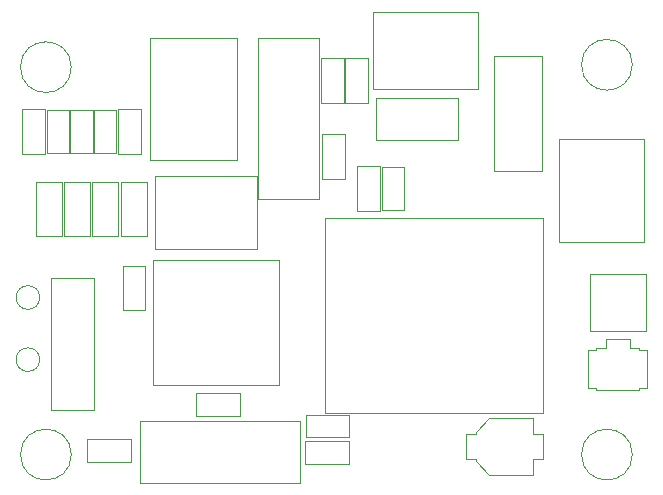
<source format=gbr>
%TF.GenerationSoftware,KiCad,Pcbnew,8.0.4-8.0.4-0~ubuntu24.04.1*%
%TF.CreationDate,2024-08-31T18:15:16+03:00*%
%TF.ProjectId,ground_control_using_pc,67726f75-6e64-45f6-936f-6e74726f6c5f,rev?*%
%TF.SameCoordinates,Original*%
%TF.FileFunction,Other,User*%
%FSLAX46Y46*%
G04 Gerber Fmt 4.6, Leading zero omitted, Abs format (unit mm)*
G04 Created by KiCad (PCBNEW 8.0.4-8.0.4-0~ubuntu24.04.1) date 2024-08-31 18:15:16*
%MOMM*%
%LPD*%
G01*
G04 APERTURE LIST*
%ADD10C,0.050000*%
G04 APERTURE END LIST*
D10*
%TO.C,C10*%
X158480000Y-102650000D02*
X162240000Y-102650000D01*
X158480000Y-104610000D02*
X158480000Y-102650000D01*
X162240000Y-102650000D02*
X162240000Y-104610000D01*
X162240000Y-104610000D02*
X158480000Y-104610000D01*
%TO.C,H4*%
X204650000Y-104000000D02*
G75*
G02*
X200350000Y-104000000I-2150000J0D01*
G01*
X200350000Y-104000000D02*
G75*
G02*
X204650000Y-104000000I2150000J0D01*
G01*
%TO.C,D4*%
X156520000Y-80950000D02*
X158760000Y-80950000D01*
X156520000Y-85510000D02*
X156520000Y-80950000D01*
X158760000Y-80950000D02*
X158760000Y-85510000D01*
X158760000Y-85510000D02*
X156520000Y-85510000D01*
%TO.C,C7*%
X190555000Y-102260000D02*
X190555000Y-104360000D01*
X190555000Y-104360000D02*
X191405000Y-104360000D01*
X191405000Y-102060000D02*
X191405000Y-102260000D01*
X191405000Y-102060000D02*
X192555000Y-100910000D01*
X191405000Y-102260000D02*
X190555000Y-102260000D01*
X191405000Y-104360000D02*
X191405000Y-104560000D01*
X191405000Y-104560000D02*
X192555000Y-105710000D01*
X192555000Y-100910000D02*
X196205000Y-100910000D01*
X192555000Y-105710000D02*
X196205000Y-105710000D01*
X196205000Y-100910000D02*
X196205000Y-102260000D01*
X196205000Y-102260000D02*
X197055000Y-102260000D01*
X196205000Y-104360000D02*
X196205000Y-105710000D01*
X197055000Y-102260000D02*
X197055000Y-104360000D01*
X197055000Y-104360000D02*
X196205000Y-104360000D01*
%TO.C,R4*%
X159060000Y-74790000D02*
X160960000Y-74790000D01*
X159060000Y-78490000D02*
X159060000Y-74790000D01*
X160960000Y-74790000D02*
X160960000Y-78490000D01*
X160960000Y-78490000D02*
X159060000Y-78490000D01*
%TO.C,C2*%
X181360000Y-79577500D02*
X183320000Y-79577500D01*
X181360000Y-83337500D02*
X181360000Y-79577500D01*
X183320000Y-79577500D02*
X183320000Y-83337500D01*
X183320000Y-83337500D02*
X181360000Y-83337500D01*
%TO.C,U2*%
X198432500Y-77240000D02*
X198432500Y-86040000D01*
X198432500Y-86040000D02*
X205632500Y-86040000D01*
X205632500Y-77240000D02*
X198432500Y-77240000D01*
X205632500Y-86040000D02*
X205632500Y-77240000D01*
%TO.C,C5*%
X153000000Y-74762500D02*
X154960000Y-74762500D01*
X153000000Y-78522500D02*
X153000000Y-74762500D01*
X154960000Y-74762500D02*
X154960000Y-78522500D01*
X154960000Y-78522500D02*
X153000000Y-78522500D01*
%TO.C,R3*%
X157070000Y-74790000D02*
X158970000Y-74790000D01*
X157070000Y-78490000D02*
X157070000Y-74790000D01*
X158970000Y-74790000D02*
X158970000Y-78490000D01*
X158970000Y-78490000D02*
X157070000Y-78490000D01*
%TO.C,U1*%
X163775000Y-68695000D02*
X163775000Y-79095000D01*
X163775000Y-79095000D02*
X171175000Y-79095000D01*
X171175000Y-68695000D02*
X163775000Y-68695000D01*
X171175000Y-79095000D02*
X171175000Y-68695000D01*
%TO.C,SW1*%
X192920000Y-70230000D02*
X197020000Y-70230000D01*
X192920000Y-80030000D02*
X192920000Y-70230000D01*
X197020000Y-70230000D02*
X197020000Y-80030000D01*
X197020000Y-80030000D02*
X192920000Y-80030000D01*
%TO.C,U4*%
X178625000Y-83950000D02*
X197125000Y-83950000D01*
X178625000Y-100450000D02*
X178625000Y-83950000D01*
X178625000Y-100450000D02*
X197125000Y-100450000D01*
X197125000Y-83950000D02*
X197125000Y-100450000D01*
%TO.C,C6*%
X161110000Y-74760000D02*
X163070000Y-74760000D01*
X161110000Y-78520000D02*
X161110000Y-74760000D01*
X163070000Y-74760000D02*
X163070000Y-78520000D01*
X163070000Y-78520000D02*
X161110000Y-78520000D01*
%TO.C,J6*%
X164210000Y-80450000D02*
X164210000Y-86600000D01*
X164210000Y-86600000D02*
X172860000Y-86600000D01*
X172860000Y-80450000D02*
X164210000Y-80450000D01*
X172860000Y-86600000D02*
X172860000Y-80450000D01*
%TO.C,H1*%
X157150000Y-71200000D02*
G75*
G02*
X152850000Y-71200000I-2150000J0D01*
G01*
X152850000Y-71200000D02*
G75*
G02*
X157150000Y-71200000I2150000J0D01*
G01*
%TO.C,H2*%
X157150000Y-104000000D02*
G75*
G02*
X152850000Y-104000000I-2150000J0D01*
G01*
X152850000Y-104000000D02*
G75*
G02*
X157150000Y-104000000I2150000J0D01*
G01*
%TO.C,R5*%
X161510000Y-88060000D02*
X163410000Y-88060000D01*
X161510000Y-91760000D02*
X161510000Y-88060000D01*
X163410000Y-88060000D02*
X163410000Y-91760000D01*
X163410000Y-91760000D02*
X161510000Y-91760000D01*
%TO.C,C9*%
X176917500Y-102810000D02*
X180677500Y-102810000D01*
X176917500Y-104770000D02*
X176917500Y-102810000D01*
X180677500Y-102810000D02*
X180677500Y-104770000D01*
X180677500Y-104770000D02*
X176917500Y-104770000D01*
%TO.C,U3*%
X164100000Y-87550000D02*
X174700000Y-87550000D01*
X164100000Y-98150000D02*
X164100000Y-87550000D01*
X164100000Y-98150000D02*
X174700000Y-98150000D01*
X174700000Y-98150000D02*
X174700000Y-87550000D01*
%TO.C,AE1*%
X201040000Y-88750000D02*
X205820000Y-88750000D01*
X201040000Y-93530000D02*
X201040000Y-88750000D01*
X201040000Y-93530000D02*
X205820000Y-93530000D01*
X205820000Y-93530000D02*
X205820000Y-88750000D01*
%TO.C,H3*%
X204650000Y-71000000D02*
G75*
G02*
X200350000Y-71000000I-2150000J0D01*
G01*
X200350000Y-71000000D02*
G75*
G02*
X204650000Y-71000000I2150000J0D01*
G01*
%TO.C,D3*%
X154130000Y-80940000D02*
X156370000Y-80940000D01*
X154130000Y-85500000D02*
X154130000Y-80940000D01*
X156370000Y-80940000D02*
X156370000Y-85500000D01*
X156370000Y-85500000D02*
X154130000Y-85500000D01*
%TO.C,R6*%
X177000000Y-100620000D02*
X180700000Y-100620000D01*
X177000000Y-102520000D02*
X177000000Y-100620000D01*
X180700000Y-100620000D02*
X180700000Y-102520000D01*
X180700000Y-102520000D02*
X177000000Y-102520000D01*
%TO.C,C1*%
X178360000Y-76882500D02*
X180320000Y-76882500D01*
X178360000Y-80642500D02*
X178360000Y-76882500D01*
X180320000Y-76882500D02*
X180320000Y-80642500D01*
X180320000Y-80642500D02*
X178360000Y-80642500D01*
%TO.C,R1*%
X183460000Y-79620000D02*
X185360000Y-79620000D01*
X183460000Y-83320000D02*
X183460000Y-79620000D01*
X185360000Y-79620000D02*
X185360000Y-83320000D01*
X185360000Y-83320000D02*
X183460000Y-83320000D01*
%TO.C,Y1*%
X172945000Y-68750000D02*
X172945000Y-82350000D01*
X172945000Y-82350000D02*
X178145000Y-82350000D01*
X178145000Y-68750000D02*
X172945000Y-68750000D01*
X178145000Y-82350000D02*
X178145000Y-68750000D01*
%TO.C,J2*%
X182670000Y-73060000D02*
X182670000Y-66530000D01*
X191570000Y-66530000D02*
X182670000Y-66530000D01*
X191570000Y-73060000D02*
X182670000Y-73060000D01*
X191570000Y-73060000D02*
X191570000Y-66530000D01*
%TO.C,J5*%
X155470000Y-89040000D02*
X155470000Y-100240000D01*
X155470000Y-100240000D02*
X159070000Y-100240000D01*
X159070000Y-89040000D02*
X155470000Y-89040000D01*
X159070000Y-100240000D02*
X159070000Y-89040000D01*
%TO.C,D6*%
X161350000Y-80960000D02*
X163590000Y-80960000D01*
X161350000Y-85520000D02*
X161350000Y-80960000D01*
X163590000Y-80960000D02*
X163590000Y-85520000D01*
X163590000Y-85520000D02*
X161350000Y-85520000D01*
%TO.C,C8*%
X167682500Y-98760000D02*
X171442500Y-98760000D01*
X167682500Y-100720000D02*
X167682500Y-98760000D01*
X171442500Y-98760000D02*
X171442500Y-100720000D01*
X171442500Y-100720000D02*
X167682500Y-100720000D01*
%TO.C,C3*%
X178260000Y-70457500D02*
X180220000Y-70457500D01*
X178260000Y-74217500D02*
X178260000Y-70457500D01*
X180220000Y-70457500D02*
X180220000Y-74217500D01*
X180220000Y-74217500D02*
X178260000Y-74217500D01*
%TO.C,D5*%
X158900000Y-80940000D02*
X161140000Y-80940000D01*
X158900000Y-85500000D02*
X158900000Y-80940000D01*
X161140000Y-80940000D02*
X161140000Y-85500000D01*
X161140000Y-85500000D02*
X158900000Y-85500000D01*
%TO.C,AE2*%
X200920000Y-95150000D02*
X201620000Y-95150000D01*
X200920000Y-98350000D02*
X200920000Y-95150000D01*
X200920000Y-98350000D02*
X201620000Y-98350000D01*
X201620000Y-94950000D02*
X201620000Y-95150000D01*
X201620000Y-94950000D02*
X202420000Y-94950000D01*
X201620000Y-98350000D02*
X201620000Y-98550000D01*
X201620000Y-98550000D02*
X205220000Y-98550000D01*
X202420000Y-94250000D02*
X204420000Y-94250000D01*
X202420000Y-94950000D02*
X202420000Y-94250000D01*
X204420000Y-94950000D02*
X204420000Y-94250000D01*
X204420000Y-94950000D02*
X205220000Y-94950000D01*
X205220000Y-94950000D02*
X205220000Y-95150000D01*
X205220000Y-95150000D02*
X205920000Y-95150000D01*
X205220000Y-98350000D02*
X205220000Y-98550000D01*
X205220000Y-98350000D02*
X205920000Y-98350000D01*
X205920000Y-98350000D02*
X205920000Y-95150000D01*
%TO.C,Y2*%
X162950000Y-101200000D02*
X162950000Y-106400000D01*
X162950000Y-106400000D02*
X176550000Y-106400000D01*
X176550000Y-101200000D02*
X162950000Y-101200000D01*
X176550000Y-106400000D02*
X176550000Y-101200000D01*
%TO.C,R2*%
X155080000Y-74790000D02*
X156980000Y-74790000D01*
X155080000Y-78490000D02*
X155080000Y-74790000D01*
X156980000Y-74790000D02*
X156980000Y-78490000D01*
X156980000Y-78490000D02*
X155080000Y-78490000D01*
%TO.C,D2*%
X182930000Y-73840000D02*
X189930000Y-73840000D01*
X182930000Y-77340000D02*
X182930000Y-73840000D01*
X189930000Y-73840000D02*
X189930000Y-77340000D01*
X189930000Y-77340000D02*
X182930000Y-77340000D01*
%TO.C,TP2*%
X154480000Y-95960000D02*
G75*
G02*
X152480000Y-95960000I-1000000J0D01*
G01*
X152480000Y-95960000D02*
G75*
G02*
X154480000Y-95960000I1000000J0D01*
G01*
%TO.C,C4*%
X180300000Y-70447500D02*
X182260000Y-70447500D01*
X180300000Y-74207500D02*
X180300000Y-70447500D01*
X182260000Y-70447500D02*
X182260000Y-74207500D01*
X182260000Y-74207500D02*
X180300000Y-74207500D01*
%TO.C,TP1*%
X154480000Y-90700000D02*
G75*
G02*
X152480000Y-90700000I-1000000J0D01*
G01*
X152480000Y-90700000D02*
G75*
G02*
X154480000Y-90700000I1000000J0D01*
G01*
%TD*%
M02*

</source>
